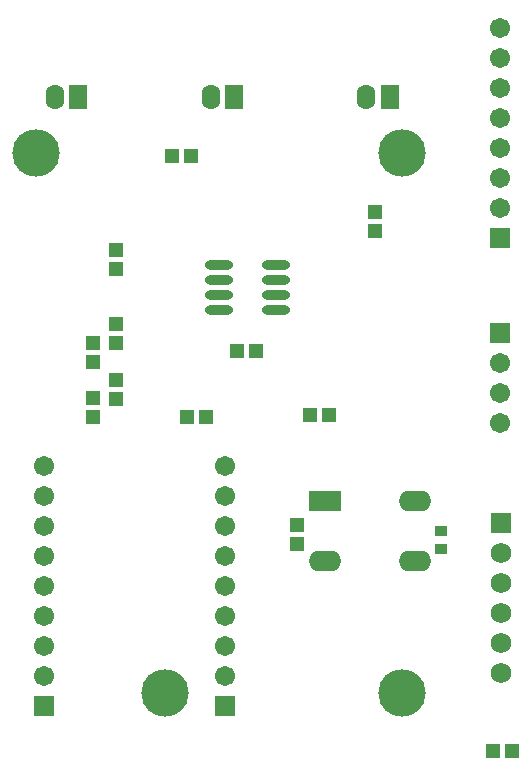
<source format=gbs>
G04*
G04 #@! TF.GenerationSoftware,Altium Limited,Altium Designer,18.1.6 (161)*
G04*
G04 Layer_Color=16711935*
%FSLAX25Y25*%
%MOIN*%
G70*
G01*
G75*
%ADD38C,0.06800*%
%ADD39R,0.06800X0.06800*%
%ADD40R,0.06706X0.06706*%
%ADD41C,0.06706*%
%ADD42C,0.15800*%
%ADD43R,0.06300X0.08300*%
%ADD44O,0.06300X0.08300*%
%ADD45R,0.10800X0.06800*%
%ADD46O,0.10800X0.06800*%
%ADD47R,0.04540X0.04737*%
%ADD48R,0.04934X0.04737*%
%ADD49O,0.09461X0.03162*%
%ADD50R,0.04343X0.03556*%
%ADD51R,0.04737X0.04540*%
D38*
X173000Y37650D02*
D03*
Y47650D02*
D03*
Y57650D02*
D03*
Y67650D02*
D03*
Y77650D02*
D03*
D39*
Y87650D02*
D03*
D40*
X172701Y151000D02*
D03*
Y182650D02*
D03*
X20500Y26500D02*
D03*
X80800D02*
D03*
D41*
X172701Y141000D02*
D03*
Y131000D02*
D03*
Y121000D02*
D03*
Y192650D02*
D03*
Y202650D02*
D03*
Y212650D02*
D03*
Y222650D02*
D03*
Y232650D02*
D03*
Y242650D02*
D03*
Y252650D02*
D03*
X20500Y46500D02*
D03*
Y56500D02*
D03*
Y66500D02*
D03*
Y76500D02*
D03*
Y86500D02*
D03*
Y96500D02*
D03*
Y106500D02*
D03*
Y36500D02*
D03*
X80800Y46500D02*
D03*
Y56500D02*
D03*
Y66500D02*
D03*
Y76500D02*
D03*
Y86500D02*
D03*
Y96500D02*
D03*
Y106500D02*
D03*
Y36500D02*
D03*
D42*
X18000Y211000D02*
D03*
X140000D02*
D03*
Y30938D02*
D03*
X61000D02*
D03*
D43*
X32000Y229500D02*
D03*
X83937D02*
D03*
X135874D02*
D03*
D44*
X24126D02*
D03*
X76063D02*
D03*
X128000D02*
D03*
D45*
X114217Y94807D02*
D03*
D46*
X144217D02*
D03*
Y74807D02*
D03*
X114217D02*
D03*
D47*
X44500Y135150D02*
D03*
Y128850D02*
D03*
X105000Y87051D02*
D03*
Y80752D02*
D03*
X37000Y122850D02*
D03*
Y129150D02*
D03*
X44500Y153902D02*
D03*
Y147602D02*
D03*
X131000Y184850D02*
D03*
Y191150D02*
D03*
X44500Y178650D02*
D03*
Y172350D02*
D03*
X37000Y141350D02*
D03*
Y147650D02*
D03*
D48*
X91150Y145000D02*
D03*
X84850D02*
D03*
X176500Y11500D02*
D03*
X170201D02*
D03*
D49*
X78902Y158500D02*
D03*
Y163500D02*
D03*
Y168500D02*
D03*
Y173500D02*
D03*
X97799Y158500D02*
D03*
Y163500D02*
D03*
Y168500D02*
D03*
Y173500D02*
D03*
D50*
X153000Y78980D02*
D03*
Y84886D02*
D03*
D51*
X74650Y123000D02*
D03*
X68350D02*
D03*
X109350Y123500D02*
D03*
X115650D02*
D03*
X69496Y210000D02*
D03*
X63197D02*
D03*
M02*

</source>
